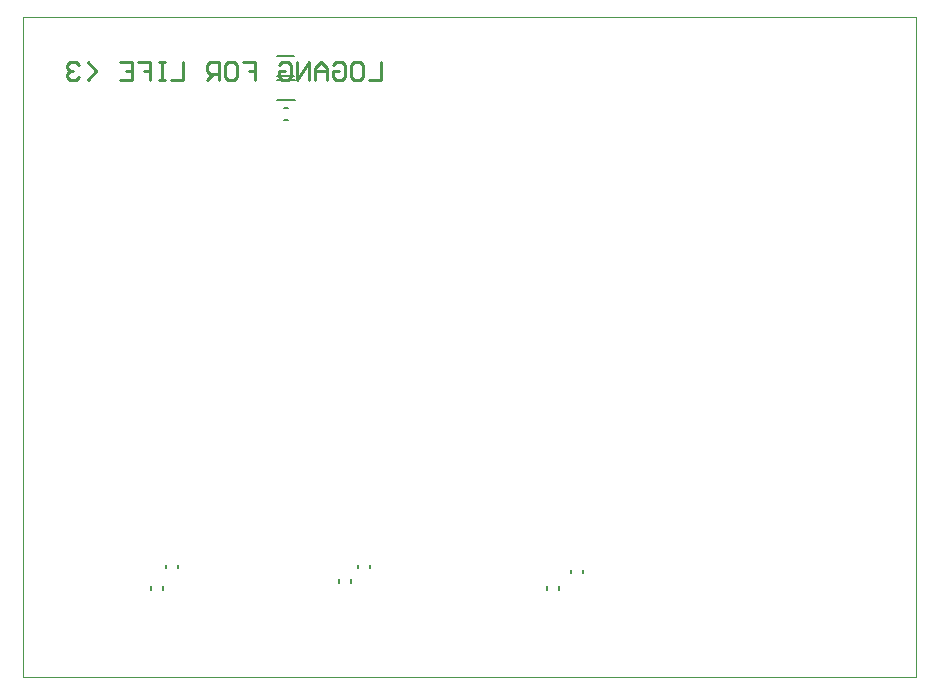
<source format=gbo>
G04 Layer_Color=13813960*
%FSLAX25Y25*%
%MOIN*%
G70*
G01*
G75*
%ADD35C,0.00787*%
%ADD42C,0.00394*%
%ADD55C,0.01000*%
D35*
X87106Y424114D02*
X88287D01*
X87106Y420177D02*
X88287D01*
X84646Y426673D02*
X90551D01*
X84646Y433366D02*
X90551D01*
X84547Y434744D02*
X90453D01*
X84547Y441437D02*
X90453D01*
X51575Y270669D02*
Y271850D01*
X47638Y270669D02*
Y271850D01*
X42731Y263509D02*
Y264691D01*
X46668Y263509D02*
Y264691D01*
X105332Y265910D02*
Y267091D01*
X109268Y265910D02*
Y267091D01*
X115748Y270669D02*
Y271850D01*
X111811Y270669D02*
Y271850D01*
X174632Y263610D02*
Y264791D01*
X178568Y263610D02*
Y264791D01*
X186614Y269094D02*
Y270276D01*
X182677Y269094D02*
Y270276D01*
D42*
X0Y234529D02*
X297521D01*
X0D02*
Y454447D01*
X297521D01*
Y234529D02*
Y454447D01*
D55*
X119488Y439561D02*
Y433563D01*
X115489D01*
X110491Y439561D02*
X112490D01*
X113490Y438561D01*
Y434563D01*
X112490Y433563D01*
X110491D01*
X109491Y434563D01*
Y438561D01*
X110491Y439561D01*
X103493Y438561D02*
X104493Y439561D01*
X106492D01*
X107492Y438561D01*
Y434563D01*
X106492Y433563D01*
X104493D01*
X103493Y434563D01*
Y436562D01*
X105493D01*
X101494Y433563D02*
Y437562D01*
X99495Y439561D01*
X97495Y437562D01*
Y433563D01*
Y436562D01*
X101494D01*
X95496Y433563D02*
Y439561D01*
X91497Y433563D01*
Y439561D01*
X85499Y438561D02*
X86499Y439561D01*
X88498D01*
X89498Y438561D01*
Y434563D01*
X88498Y433563D01*
X86499D01*
X85499Y434563D01*
Y436562D01*
X87498D01*
X73503Y439561D02*
X77502D01*
Y436562D01*
X75502D01*
X77502D01*
Y433563D01*
X68505Y439561D02*
X70504D01*
X71504Y438561D01*
Y434563D01*
X70504Y433563D01*
X68505D01*
X67505Y434563D01*
Y438561D01*
X68505Y439561D01*
X65506Y433563D02*
Y439561D01*
X62507D01*
X61507Y438561D01*
Y436562D01*
X62507Y435562D01*
X65506D01*
X63506D02*
X61507Y433563D01*
X53509Y439561D02*
Y433563D01*
X49511D01*
X47512Y439561D02*
X45512D01*
X46512D01*
Y433563D01*
X47512D01*
X45512D01*
X38514Y439561D02*
X42513D01*
Y436562D01*
X40514D01*
X42513D01*
Y433563D01*
X32516Y439561D02*
X36515D01*
Y433563D01*
X32516D01*
X36515Y436562D02*
X34516D01*
X21520Y433563D02*
X24519Y436562D01*
X21520Y439561D01*
X18521Y438561D02*
X17521Y439561D01*
X15522D01*
X14522Y438561D01*
Y437562D01*
X15522Y436562D01*
X16522D01*
X15522D01*
X14522Y435562D01*
Y434563D01*
X15522Y433563D01*
X17521D01*
X18521Y434563D01*
M02*

</source>
